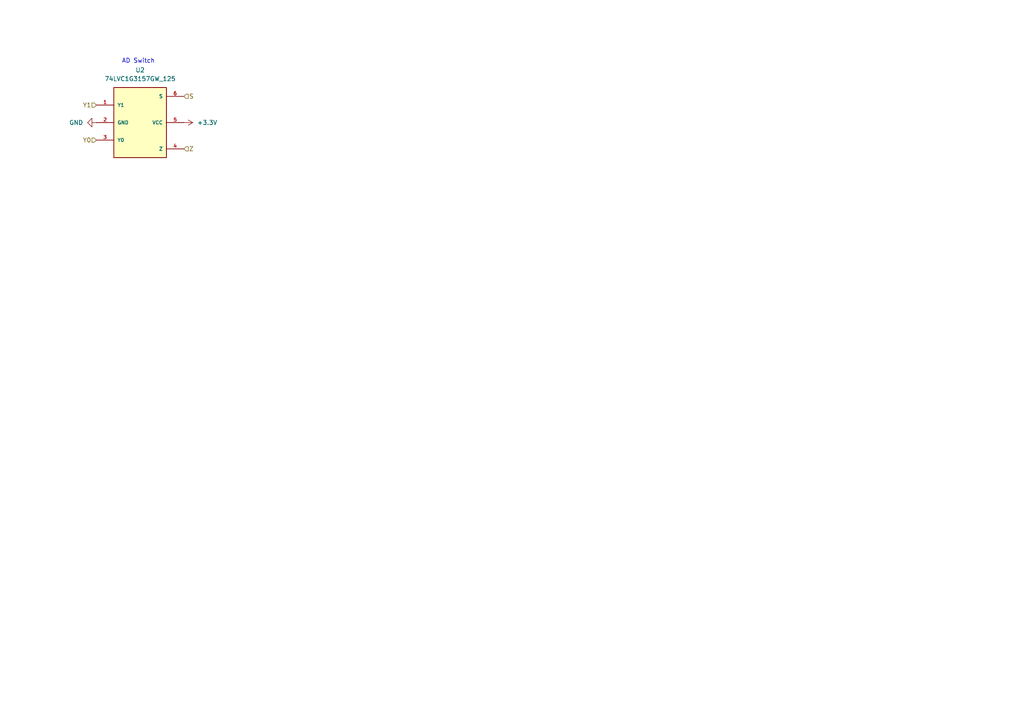
<source format=kicad_sch>
(kicad_sch (version 20250114) (generator "eeschema") (generator_version "9.0")
  (paper "A4")
  (title_block (title "Low Voltage Sensor") (date "08-22-25") (rev "0.1") (company "UTA FSAE") (comment 1 "Project Contributors: Marcus, Ali"))
  (lib_symbols
    (symbol "74LVC1G3157GW_125:74LVC1G3157GW_125" (pin_names (offset 1.016))
      (property "Reference" "U" (at -7.62 10.668 0))
      (property "Value" "74LVC1G3157GW_125" (at -7.62 -12.7 0))
      (symbol "74LVC1G3157GW_125_0_0"
        (rectangle (start -7.62 10.16) (end 7.62 -10.16) (stroke (width 0.254)) (fill (type background)))
        (pin bidirectional line (at -12.7 5.08 0) (length 5.08) (name "Y1") (number "1"))
        (pin power_in line (at -12.7 0 0) (length 5.08) (name "GND") (number "2"))
        (pin bidirectional line (at -12.7 -5.08 0) (length 5.08) (name "Y0") (number "3"))
        (pin bidirectional line (at 12.7 7.62 180) (length 5.08) (name "S") (number "6"))
        (pin power_in line (at 12.7 0 180) (length 5.08) (name "VCC") (number "5"))
        (pin bidirectional line (at 12.7 -7.62 180) (length 5.08) (name "Z") (number "4"))
      )
    )
    (symbol "power:+3.3V" (power) (pin_numbers (hide yes)) (pin_names (offset 0) (hide yes))
      (property "Value" "+3.3V" (at 0 3.556 0))
      (symbol "+3.3V_0_1"
        (polyline (pts (xy -0.762 1.27) (xy 0 2.54)))
        (polyline (pts (xy 0 2.54) (xy 0.762 1.27)))
        (polyline (pts (xy 0 0) (xy 0 2.54)))
      )
      (symbol "+3.3V_1_1"
        (pin power_in line (at 0 0 90) (length 0) (name "~") (number "1"))
      )
    )
    (symbol "power:GND" (power) (pin_numbers (hide yes)) (pin_names (offset 0) (hide yes))
      (property "Value" "GND" (at 0 -3.81 0))
      (symbol "GND_0_1"
        (polyline (pts (xy 0 0) (xy 0 -1.27) (xy 1.27 -1.27) (xy 0 -2.54) (xy -1.27 -1.27) (xy 0 -1.27)))
      )
      (symbol "GND_1_1"
        (pin power_in line (at 0 0 270) (length 0) (name "~") (number "1"))
      )
    )
  )
  (text "AD Switch" (at 40.132 17.78 0) (effects (font (size 1.27 1.27))))
  (hierarchical_label "S" (shape input) (at 53.34 27.94 0))
  (hierarchical_label "Z" (shape input) (at 53.34 43.18 0))
  (hierarchical_label "Y0" (shape input) (at 27.94 40.64 180))
  (hierarchical_label "Y1" (shape input) (at 27.94 30.48 180))
  (symbol (lib_id "power:+3.3V") (at 53.34 35.56 270) (unit 1)
    (property "Reference" "#PWR012" (effects (hide yes)))
    (property "Value" "+3.3V" (at 57.15 35.5599 90) (effects (justify left)))
    (property "Description" "Power symbol creates a global label with name \"+3.3V\"" (effects (hide yes)))
  )
  (symbol (lib_id "power:GND") (at 27.94 35.56 270) (unit 1)
    (property "Reference" "#PWR011" (effects (hide yes)))
    (property "Value" "GND" (at 24.13 35.5599 90) (effects (justify right)))
    (property "Description" "Power symbol creates a global label with name \"GND\" , ground" (effects (hide yes)))
  )
  (symbol (lib_id "74LVC1G3157GW_125:74LVC1G3157GW_125") (at 40.64 35.56 0) (unit 1)
    (property "Reference" "U2" (at 40.64 20.32 0))
    (property "Value" "74LVC1G3157GW_125" (at 40.64 22.86 0))
    (property "Footprint" "LV Sensor:74LVC1G3157GW_SOT363-2" (effects (hide yes)))
    (property "Datasheet" "https://assets.nexperia.com/documents/data-sheet/74LVC1G3157.pdf" (effects (hide yes)))
    (property "PARTREV" "11" (effects (hide yes)))
    (property "STANDARD" "Manufacturer Recommendations" (effects (hide yes)))
    (property "SNAPEDA_PACKAGE_ID" "60205" (effects (hide yes)))
    (property "MAXIMUM_PACKAGE_HEIGHT" "1.1 mm" (effects (hide yes)))
    (property "MANUFACTURER" "Nexperia" (effects (hide yes)))
    (property "mouser" "https://www.mouser.com/ProductDetail/Nexperia/74LVC1G3157GW125?qs=sGAEpiMZZMvjbjwkTuU2aUi183VoLziY0Xyq9CcTQwg%3D" (effects (hide yes)))
    (property "specs" "Config 1x2:1, 1.65V-5.5V, On Time 6.1ns, Off Time 4.3ns, -40C-125C" (effects (hide yes)))
    (property "unit x10" "0.081" (effects (hide yes)))
  )
)
</source>
